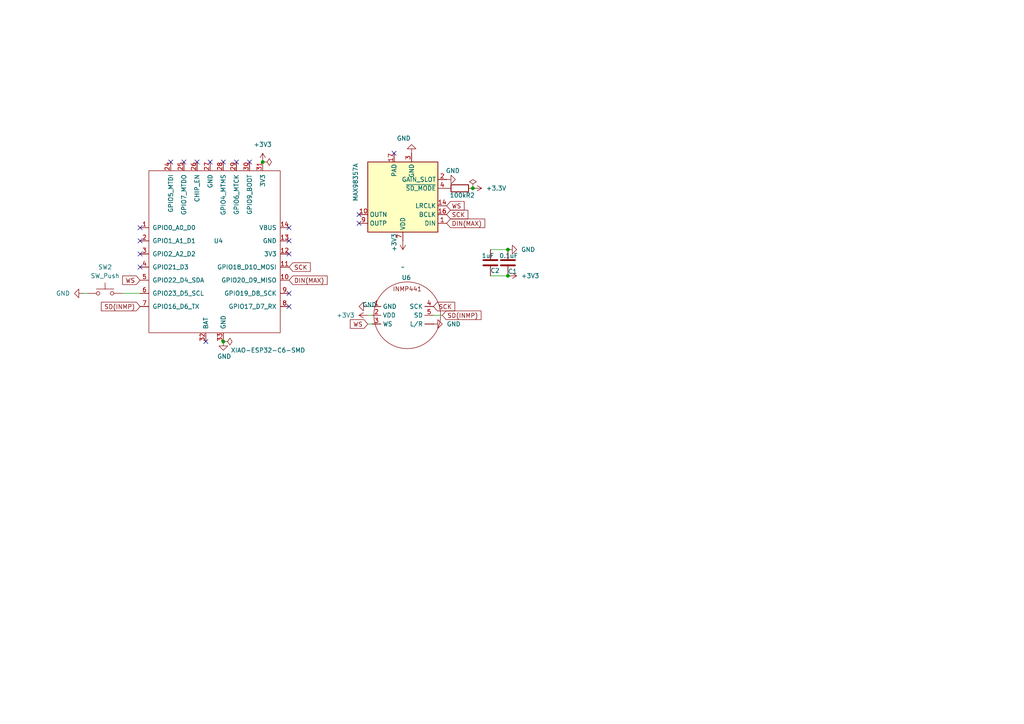
<source format=kicad_sch>
(kicad_sch (version 20250114) (generator "eeschema") (generator_version "9.0")
  (paper "A4")
  (lib_symbols
    (symbol "Audio:MAX98357A"
      (property "Reference" "U" (at -8.89 11.43 0))
      (property "Value" "MAX98357A" (at 10.16 11.43 0))
      (symbol "MAX98357A_1_1"
        (rectangle (start -10.16 10.16) (end 10.16 -10.16) (stroke (width 0.254)) (fill (type background)))
        (pin input line (at -12.7 7.62 0) (length 2.54) (name "DIN") (number "1"))
        (pin input line (at -12.7 5.08 0) (length 2.54) (name "BCLK") (number "16"))
        (pin input line (at -12.7 2.54 0) (length 2.54) (name "LRCLK") (number "14"))
        (pin input line (at -12.7 -2.54 0) (length 2.54) (name "~{SD_MODE}") (number "4"))
        (pin passive line (at -12.7 -5.08 0) (length 2.54) (name "GAIN_SLOT") (number "2"))
        (pin passive line (at -2.54 -12.7 90) (length 2.54) (hide yes) (name "GND") (number "11"))
        (pin passive line (at -2.54 -12.7 90) (length 2.54) (hide yes) (name "GND") (number "15"))
        (pin power_in line (at -2.54 -12.7 90) (length 2.54) (name "GND") (number "3"))
        (pin power_in line (at 0 12.7 270) (length 2.54) (name "VDD") (number "7"))
        (pin passive line (at 0 12.7 270) (length 2.54) (hide yes) (name "VDD") (number "8"))
        (pin unspecified line (at 2.54 -12.7 90) (length 2.54) (name "PAD") (number "17"))
        (pin no_connect line (at 10.16 2.54 180) (length 2.54) (hide yes) (name "NC") (number "5"))
        (pin no_connect line (at 10.16 0 180) (length 2.54) (hide yes) (name "NC") (number "6"))
        (pin no_connect line (at 10.16 -5.08 180) (length 2.54) (hide yes) (name "NC") (number "12"))
        (pin no_connect line (at 10.16 -7.62 180) (length 2.54) (hide yes) (name "NC") (number "13"))
        (pin output line (at 12.7 7.62 180) (length 2.54) (name "OUTP") (number "9"))
        (pin output line (at 12.7 5.08 180) (length 2.54) (name "OUTN") (number "10"))
      )
    )
    (symbol "Device:C" (pin_numbers (hide yes)) (pin_names (offset 0.254))
      (property "Reference" "C" (at 0.635 2.54 0))
      (property "Value" "C" (at 0.635 -2.54 0))
      (symbol "C_0_1"
        (polyline (pts (xy -2.032 0.762) (xy 2.032 0.762)) (stroke (width 0.508)))
        (polyline (pts (xy -2.032 -0.762) (xy 2.032 -0.762)) (stroke (width 0.508)))
      )
      (symbol "C_1_1"
        (pin passive line (at 0 3.81 270) (length 2.794) (name "~") (number "1"))
        (pin passive line (at 0 -3.81 90) (length 2.794) (name "~") (number "2"))
      )
    )
    (symbol "Device:INMP441"
      (property "Reference" "U" (at 0 0 0))
      (symbol "INMP441_0_1"
        (circle (center 0 0) (radius 9.672))
      )
      (symbol "INMP441_1_1"
        (text "INMP441" (at 0 7.62 0) (effects (font (size 1.27 1.27))))
        (pin input line (at -10.16 2.54 0) (length 2.54) (name "GND") (number "1"))
        (pin power_in line (at -10.16 0 0) (length 2.54) (name "VDD") (number "2"))
        (pin input line (at -10.16 -2.54 0) (length 2.54) (name "WS") (number "3"))
        (pin input line (at 7.62 2.54 180) (length 2.54) (name "SCK") (number "4"))
        (pin output line (at 7.62 0 180) (length 2.54) (name "SD") (number "5"))
        (pin input line (at 7.62 -2.54 180) (length 2.54) (name "L/R") (number ""))
      )
    )
    (symbol "Device:R" (pin_numbers (hide yes)) (pin_names (offset 0))
      (property "Reference" "R" (at 2.032 0 90))
      (property "Value" "R" (at 0 0 90))
      (symbol "R_0_1"
        (rectangle (start -1.016 -2.54) (end 1.016 2.54) (stroke (width 0.254)))
      )
      (symbol "R_1_1"
        (pin passive line (at 0 3.81 270) (length 1.27) (name "~") (number "1"))
        (pin passive line (at 0 -3.81 90) (length 1.27) (name "~") (number "2"))
      )
    )
    (symbol "Switch:SW_Push" (pin_numbers (hide yes)) (pin_names (offset 1.016) (hide yes))
      (property "Reference" "SW" (at 1.27 2.54 0))
      (property "Value" "SW_Push" (at 0 -1.524 0))
      (symbol "SW_Push_0_1"
        (circle (center -2.032 0) (radius 0.508))
        (polyline (pts (xy 0 1.27) (xy 0 3.048)))
        (circle (center 2.032 0) (radius 0.508))
        (polyline (pts (xy 2.54 1.27) (xy -2.54 1.27)))
        (pin passive line (at -5.08 0 0) (length 2.54) (name "1") (number "1"))
        (pin passive line (at 5.08 0 180) (length 2.54) (name "2") (number "2"))
      )
    )
    (symbol "XIAO_Series_SCH_Symbols.:XIAO-ESP32-C6-SMD" (pin_names (offset 1.016))
      (property "Reference" "U" (at -18.542 23.114 0))
      (property "Value" "XIAO-ESP32-C6-SMD" (at -8.382 21.336 0))
      (symbol "XIAO-ESP32-C6-SMD_0_1"
        (rectangle (start -19.05 20.32) (end 19.05 -26.67))
      )
      (symbol "XIAO-ESP32-C6-SMD_1_1"
        (pin passive line (at -21.59 3.81 0) (length 2.54) (name "GPIO0_A0_D0") (number "1"))
        (pin passive line (at -21.59 0 0) (length 2.54) (name "GPIO1_A1_D1") (number "2"))
        (pin passive line (at -21.59 -3.81 0) (length 2.54) (name "GPIO2_A2_D2") (number "3"))
        (pin passive line (at -21.59 -7.62 0) (length 2.54) (name "GPIO21_D3") (number "4"))
        (pin passive line (at -21.59 -11.43 0) (length 2.54) (name "GPIO22_D4_SDA") (number "5"))
        (pin passive line (at -21.59 -15.24 0) (length 2.54) (name "GPIO23_D5_SCL") (number "6"))
        (pin passive line (at -21.59 -19.05 0) (length 2.54) (name "GPIO16_D6_TX") (number "7"))
        (pin passive line (at -12.7 22.86 270) (length 2.54) (name "GPIO5_MTDI") (number "24"))
        (pin passive line (at -8.89 22.86 270) (length 2.54) (name "GPIO7_MTDO") (number "25"))
        (pin passive line (at -5.08 22.86 270) (length 2.54) (name "CHIP_EN") (number "26"))
        (pin passive line (at -2.54 -29.21 90) (length 2.54) (name "BAT") (number "32"))
        (pin passive line (at -1.27 22.86 270) (length 2.54) (name "GND") (number "27"))
        (pin passive line (at 2.54 22.86 270) (length 2.54) (name "GPIO4_MTMS") (number "28"))
        (pin passive line (at 2.54 -29.21 90) (length 2.54) (name "GND") (number "33"))
        (pin passive line (at 6.35 22.86 270) (length 2.54) (name "GPIO6_MTCK") (number "29"))
        (pin passive line (at 10.16 22.86 270) (length 2.54) (name "GPIO9_BOOT") (number "30"))
        (pin passive line (at 13.97 22.86 270) (length 2.54) (name "3V3") (number "31"))
        (pin passive line (at 21.59 3.81 180) (length 2.54) (name "VBUS") (number "14"))
        (pin passive line (at 21.59 0 180) (length 2.54) (name "GND") (number "13"))
        (pin passive line (at 21.59 -3.81 180) (length 2.54) (name "3V3") (number "12"))
        (pin passive line (at 21.59 -7.62 180) (length 2.54) (name "GPIO18_D10_MOSI") (number "11"))
        (pin passive line (at 21.59 -11.43 180) (length 2.54) (name "GPIO20_D9_MISO") (number "10"))
        (pin passive line (at 21.59 -15.24 180) (length 2.54) (name "GPIO19_D8_SCK") (number "9"))
        (pin passive line (at 21.59 -19.05 180) (length 2.54) (name "GPIO17_D7_RX") (number "8"))
      )
    )
    (symbol "power:+3.3V" (power) (pin_numbers (hide yes)) (pin_names (offset 0) (hide yes))
      (property "Value" "+3.3V" (at 0 3.556 0))
      (symbol "+3.3V_0_1"
        (polyline (pts (xy -0.762 1.27) (xy 0 2.54)))
        (polyline (pts (xy 0 2.54) (xy 0.762 1.27)))
        (polyline (pts (xy 0 0) (xy 0 2.54)))
      )
      (symbol "+3.3V_1_1"
        (pin power_in line (at 0 0 90) (length 0) (name "~") (number "1"))
      )
    )
    (symbol "power:+3V3" (power) (pin_numbers (hide yes)) (pin_names (offset 0) (hide yes))
      (property "Value" "+3V3" (at 0 3.556 0))
      (symbol "+3V3_0_1"
        (polyline (pts (xy -0.762 1.27) (xy 0 2.54)))
        (polyline (pts (xy 0 2.54) (xy 0.762 1.27)))
        (polyline (pts (xy 0 0) (xy 0 2.54)))
      )
      (symbol "+3V3_1_1"
        (pin power_in line (at 0 0 90) (length 0) (name "~") (number "1"))
      )
    )
    (symbol "power:GND" (power) (pin_numbers (hide yes)) (pin_names (offset 0) (hide yes))
      (property "Value" "GND" (at 0 -3.81 0))
      (symbol "GND_0_1"
        (polyline (pts (xy 0 0) (xy 0 -1.27) (xy 1.27 -1.27) (xy 0 -2.54) (xy -1.27 -1.27) (xy 0 -1.27)))
      )
      (symbol "GND_1_1"
        (pin power_in line (at 0 0 270) (length 0) (name "~") (number "1"))
      )
    )
    (symbol "power:PWR_FLAG" (power) (pin_numbers (hide yes)) (pin_names (offset 0) (hide yes))
      (property "Value" "PWR_FLAG" (at 0 3.81 0))
      (symbol "PWR_FLAG_0_0"
        (pin power_out line (at 0 0 90) (length 0) (name "~") (number "1"))
      )
      (symbol "PWR_FLAG_0_1"
        (polyline (pts (xy 0 0) (xy 0 1.27) (xy -1.016 1.905) (xy 0 2.54) (xy 1.016 1.905) (xy 0 1.27)))
      )
    )
  )
  (junction (at 64.77 99.06))
  (junction (at 147.32 80.01))
  (junction (at 137.16 54.61))
  (junction (at 76.2 46.99))
  (junction (at 147.32 72.39))
  (no_connect (at 40.64 66.04))
  (no_connect (at 64.77 46.99))
  (no_connect (at 83.82 85.09))
  (no_connect (at 83.82 73.66))
  (no_connect (at 57.15 46.99))
  (no_connect (at 60.96 46.99))
  (no_connect (at 83.82 66.04))
  (no_connect (at 40.64 77.47))
  (no_connect (at 40.64 73.66))
  (no_connect (at 83.82 88.9))
  (no_connect (at 49.53 46.99))
  (no_connect (at 104.14 62.23))
  (no_connect (at 40.64 69.85))
  (no_connect (at 68.58 46.99))
  (no_connect (at 72.39 46.99))
  (no_connect (at 104.14 64.77))
  (no_connect (at 53.34 46.99))
  (no_connect (at 59.69 99.06))
  (no_connect (at 83.82 69.85))
  (no_connect (at 114.3 44.45))
  (wire (pts (xy 142.24 80.01) (xy 147.32 80.01)))
  (wire (pts (xy 128.27 91.44) (xy 125.73 91.44)))
  (wire (pts (xy 107.95 88.9) (xy 106.68 88.9)))
  (wire (pts (xy 107.95 93.98) (xy 106.68 93.98)))
  (wire (pts (xy 24.13 85.09) (xy 25.4 85.09)))
  (wire (pts (xy 106.68 91.44) (xy 107.95 91.44)))
  (wire (pts (xy 142.24 72.39) (xy 147.32 72.39)))
  (wire (pts (xy 35.56 85.09) (xy 40.64 85.09)))
  (global_label "SCK" (shape input) (at 129.54 62.23 0) (property "Intersheetrefs" "${INTERSHEET_REFS}" (effects (hide yes))))
  (global_label "WS" (shape input) (at 40.64 81.28 180) (property "Intersheetrefs" "${INTERSHEET_REFS}" (effects (hide yes))))
  (global_label "DIN(MAX)" (shape input) (at 83.82 81.28 0) (property "Intersheetrefs" "${INTERSHEET_REFS}" (effects (hide yes))))
  (global_label "WS" (shape input) (at 129.54 59.69 0) (property "Intersheetrefs" "${INTERSHEET_REFS}" (effects (hide yes))))
  (global_label "WS" (shape input) (at 106.68 93.98 180) (property "Intersheetrefs" "${INTERSHEET_REFS}" (effects (hide yes))))
  (global_label "DIN(MAX)" (shape input) (at 129.54 64.77 0) (property "Intersheetrefs" "${INTERSHEET_REFS}" (effects (hide yes))))
  (global_label "SD(INMP)" (shape input) (at 128.27 91.44 0) (property "Intersheetrefs" "${INTERSHEET_REFS}" (effects (hide yes))))
  (global_label "SCK" (shape input) (at 83.82 77.47 0) (property "Intersheetrefs" "${INTERSHEET_REFS}" (effects (hide yes))))
  (global_label "SD(INMP)" (shape input) (at 40.64 88.9 180) (property "Intersheetrefs" "${INTERSHEET_REFS}" (effects (hide yes))))
  (global_label "SCK" (shape input) (at 125.73 88.9 0) (property "Intersheetrefs" "${INTERSHEET_REFS}" (effects (hide yes))))
  (symbol (lib_id "power:+3V3") (at 116.84 69.85 180) (unit 1)
    (property "Reference" "#PWR015" (effects (hide yes)))
    (property "Value" "+3V3" (at 114.3 70.358 90))
    (property "Description" "Power symbol creates a global label with name \"+3V3\"" (effects (hide yes)))
  )
  (symbol (lib_id "power:+3.3V") (at 137.16 54.61 270) (unit 1)
    (property "Reference" "#PWR018" (effects (hide yes)))
    (property "Value" "+3.3V" (at 140.97 54.6099 90) (effects (justify left)))
    (property "Description" "Power symbol creates a global label with name \"+3.3V\"" (effects (hide yes)))
  )
  (symbol (lib_id "power:+3V3") (at 147.32 80.01 270) (unit 1)
    (property "Reference" "#PWR04" (effects (hide yes)))
    (property "Value" "+3V3" (at 151.13 80.0099 90) (effects (justify left)))
    (property "Description" "Power symbol creates a global label with name \"+3V3\"" (effects (hide yes)))
  )
  (symbol (lib_id "power:GND") (at 24.13 85.09 270) (unit 1)
    (property "Reference" "#PWR012" (effects (hide yes)))
    (property "Value" "GND" (at 20.32 85.0899 90) (effects (justify right)))
    (property "Description" "Power symbol creates a global label with name \"GND\" , ground" (effects (hide yes)))
  )
  (symbol (lib_id "Device:R") (at 133.35 54.61 90) (unit 1)
    (property "Reference" "R2" (at 136.398 56.642 90))
    (property "Value" "100k" (at 132.842 56.642 90))
    (property "Description" "Resistor" (effects (hide yes)))
  )
  (symbol (lib_id "power:GND") (at 64.77 99.06 0) (unit 1)
    (property "Reference" "#PWR010" (effects (hide yes)))
    (property "Value" "GND" (at 65.024 103.378 0))
    (property "Description" "Power symbol creates a global label with name \"GND\" , ground" (effects (hide yes)))
  )
  (symbol (lib_id "power:PWR_FLAG") (at 137.16 54.61 0) (unit 1)
    (property "Reference" "#FLG03" (effects (hide yes)))
    (property "Value" "PWR_FLAG" (effects (hide yes)))
    (property "Description" "Special symbol for telling ERC where power comes from" (effects (hide yes)))
  )
  (symbol (lib_id "power:PWR_FLAG") (at 64.77 99.06 270) (unit 1)
    (property "Reference" "#FLG02" (effects (hide yes)))
    (property "Description" "Special symbol for telling ERC where power comes from" (effects (hide yes)))
  )
  (symbol (lib_id "power:GND") (at 129.54 52.07 90) (unit 1)
    (property "Reference" "#PWR01" (effects (hide yes)))
    (property "Value" "GND" (at 129.286 49.53 90) (effects (justify right)))
    (property "Description" "Power symbol creates a global label with name \"GND\" , ground" (effects (hide yes)))
  )
  (symbol (lib_id "power:GND") (at 147.32 72.39 90) (unit 1)
    (property "Reference" "#PWR05" (effects (hide yes)))
    (property "Value" "GND" (at 151.13 72.3899 90) (effects (justify right)))
    (property "Description" "Power symbol creates a global label with name \"GND\" , ground" (effects (hide yes)))
  )
  (symbol (lib_id "Device:C") (at 147.32 76.2 0) (unit 1)
    (property "Reference" "C1" (at 147.32 78.74 0) (effects (justify left)))
    (property "Value" "0.1uF" (at 144.78 74.168 0) (effects (justify left)))
    (property "Description" "Unpolarized capacitor" (effects (hide yes)))
  )
  (symbol (lib_id "Audio:MAX98357A") (at 116.84 57.15 180) (unit 1)
    (property "Reference" "U5" (effects (hide yes)))
    (property "Value" "MAX98357A" (at 103.124 58.42 90) (effects (justify right)))
    (property "Footprint" "Package_DFN_QFN:TQFN-16-1EP_3x3mm_P0.5mm_EP1.23x1.23mm" (effects (hide yes)))
    (property "Datasheet" "https://www.analog.com/media/en/technical-documentation/data-sheets/MAX98357A-MAX98357B.pdf" (effects (hide yes)))
    (property "Description" "Mono DAC with amplifier, I2S, PCM, TDM, 32-bit, 96khz, 3.2W, TQFP-16" (effects (hide yes)))
  )
  (symbol (lib_id "power:GND") (at 119.38 44.45 180) (unit 1)
    (property "Reference" "#PWR017" (effects (hide yes)))
    (property "Value" "GND" (at 117.094 40.132 0))
    (property "Description" "Power symbol creates a global label with name \"GND\" , ground" (effects (hide yes)))
  )
  (symbol (lib_id "Device:INMP441") (at 118.11 91.44 0) (unit 1)
    (property "Reference" "U6" (at 117.856 80.518 0))
    (property "Value" "~" (at 116.84 77.47 0))
  )
  (symbol (lib_id "XIAO_Series_SCH_Symbols.:XIAO-ESP32-C6-SMD") (at 62.23 69.85 0) (unit 1)
    (property "Reference" "U4" (at 61.976 69.85 0) (effects (justify left)))
    (property "Value" "XIAO-ESP32-C6-SMD" (at 66.9133 101.6 0) (effects (justify left)))
    (property "Footprint" "Seeed_Studio_XIAO_Series:XIAO-ESP32-C6-SMD" (effects (hide yes)))
  )
  (symbol (lib_id "Switch:SW_Push") (at 30.48 85.09 0) (unit 1)
    (property "Reference" "SW2" (at 30.48 77.47 0))
    (property "Value" "SW_Push" (at 30.48 80.01 0))
    (property "Description" "Push button switch, generic, two pins" (effects (hide yes)))
  )
  (symbol (lib_id "power:+3V3") (at 106.68 91.44 90) (unit 1)
    (property "Reference" "#PWR03" (effects (hide yes)))
    (property "Value" "+3V3" (at 102.87 91.4399 90) (effects (justify left)))
    (property "Description" "Power symbol creates a global label with name \"+3V3\"" (effects (hide yes)))
  )
  (symbol (lib_id "Device:C") (at 142.24 76.2 0) (unit 1)
    (property "Reference" "C2" (at 142.24 78.486 0) (effects (justify left)))
    (property "Value" "1uF" (at 139.7 74.168 0) (effects (justify left)))
    (property "Description" "Unpolarized capacitor" (effects (hide yes)))
  )
  (symbol (lib_id "power:+3V3") (at 76.2 46.99 0) (unit 1)
    (property "Reference" "#PWR011" (effects (hide yes)))
    (property "Value" "+3V3" (at 76.2 41.91 0))
    (property "Description" "Power symbol creates a global label with name \"+3V3\"" (effects (hide yes)))
  )
  (symbol (lib_id "power:GND") (at 125.73 93.98 90) (unit 1)
    (property "Reference" "#PWR016" (effects (hide yes)))
    (property "Value" "GND" (at 129.54 93.9799 90) (effects (justify right)))
    (property "Description" "Power symbol creates a global label with name \"GND\" , ground" (effects (hide yes)))
  )
  (symbol (lib_id "power:GND") (at 106.68 88.9 270) (unit 1)
    (property "Reference" "#PWR02" (effects (hide yes)))
    (property "Value" "GND" (at 109.22 88.392 90) (effects (justify right)))
    (property "Description" "Power symbol creates a global label with name \"GND\" , ground" (effects (hide yes)))
  )
  (symbol (lib_id "power:PWR_FLAG") (at 76.2 46.99 270) (unit 1)
    (property "Reference" "#FLG01" (effects (hide yes)))
    (property "Value" "PWR_FLAG" (effects (hide yes)))
    (property "Description" "Special symbol for telling ERC where power comes from" (effects (hide yes)))
  )
)
</source>
